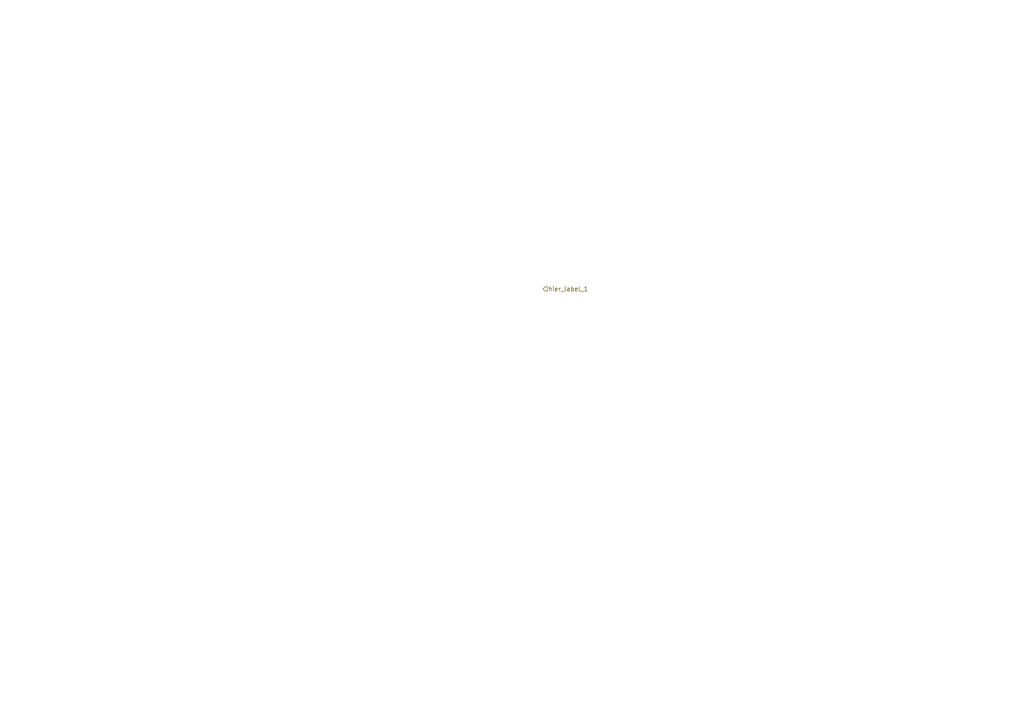
<source format=kicad_sch>
(kicad_sch
	(version 20250114)
	(generator "eeschema")
	(generator_version "9.0")
	(uuid "6bcc9c64-c045-49cb-8a5f-dbb809271687")
	(paper "A4")
	(title_block
		(title "Global Label Rotations Reference")
	)
	(lib_symbols)
	(hierarchical_label "hier_label_1"
		(shape input)
		(at 157.48 83.82 0)
		(effects
			(font
				(size 1.27 1.27)
			)
			(justify left)
		)
		(uuid "d6f3547d-af5d-45a5-8c7c-a018c5fbdda7")
	)
	(sheet_instances
		(path "/"
			(page "1")
		)
	)
	(embedded_fonts no)
)

</source>
